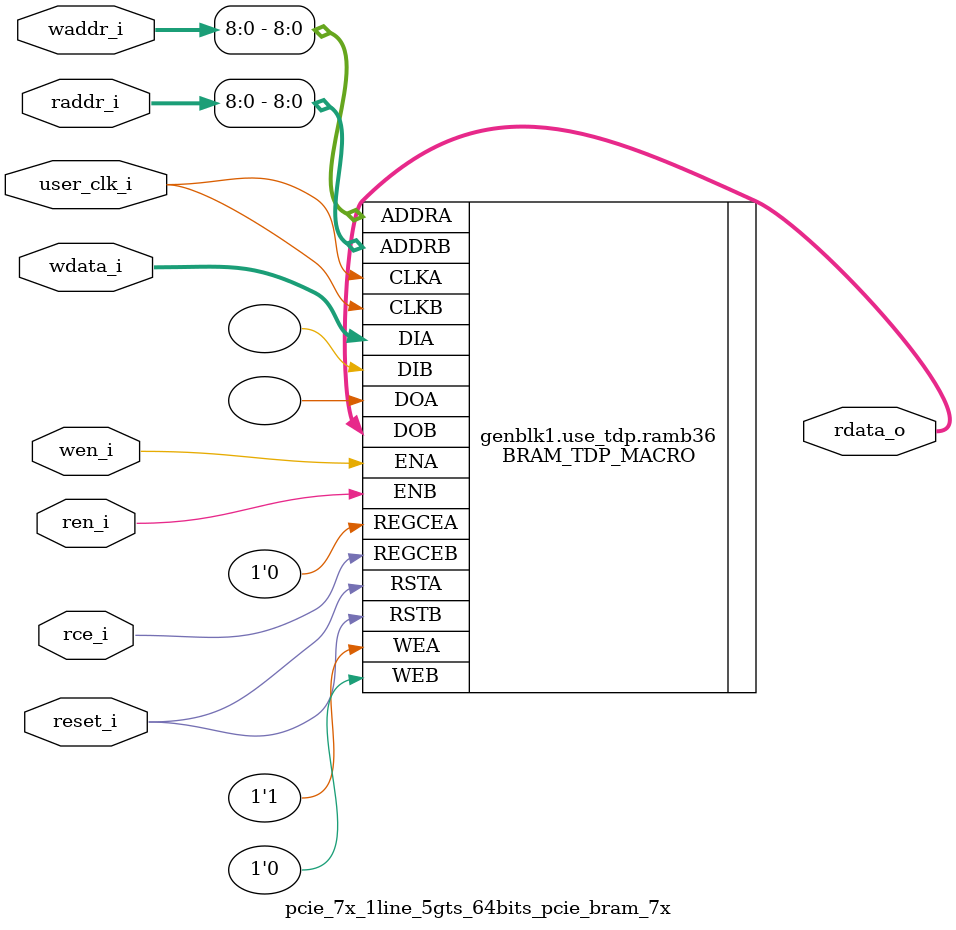
<source format=v>

`timescale 1ps/1ps

(* DowngradeIPIdentifiedWarnings = "yes" *)
module pcie_7x_1line_5gts_64bits_pcie_bram_7x
  #(
    parameter [3:0]  LINK_CAP_MAX_LINK_SPEED = 4'h1,        // PCIe Link Speed : 1 - 2.5 GT/s; 2 - 5.0 GT/s
    parameter [5:0]  LINK_CAP_MAX_LINK_WIDTH = 6'h08,       // PCIe Link Width : 1 / 2 / 4 / 8
    parameter IMPL_TARGET = "HARD",                         // the implementation target : HARD, SOFT
    parameter DOB_REG = 0,                                  // 1 - use the output register;
                                                            // 0 - don't use the output register
    parameter WIDTH = 0                                     // supported WIDTH's : 4, 9, 18, 36 - uses RAMB36
                                                            //                     72 - uses RAMB36SDP
    )
    (
     input               user_clk_i,// user clock
     input               reset_i,   // bram reset

     input               wen_i,     // write enable
     input [12:0]        waddr_i,   // write address
     input [WIDTH - 1:0] wdata_i,   // write data

     input               ren_i,     // read enable
     input               rce_i,     // output register clock enable
     input [12:0]        raddr_i,   // read address

     output [WIDTH - 1:0] rdata_o   // read data
     );

   // map the address bits
   localparam ADDR_MSB = ((WIDTH == 4)  ? 12 :
                          (WIDTH == 9)  ? 11 :
                          (WIDTH == 18) ? 10 :
                          (WIDTH == 36) ?  9 :
                                           8
                          );

   // set the width of the tied off low address bits
   localparam ADDR_LO_BITS = ((WIDTH == 4)  ? 2 :
                              (WIDTH == 9)  ? 3 :
                              (WIDTH == 18) ? 4 :
                              (WIDTH == 36) ? 5 :
                                              0 // for WIDTH 72 use RAMB36SDP
                              );

   // map the data bits
   localparam D_MSB =  ((WIDTH == 4)  ?  3 :
                        (WIDTH == 9)  ?  7 :
                        (WIDTH == 18) ? 15 :
                        (WIDTH == 36) ? 31 :
                                        63
                        );

   // map the data parity bits
   localparam DP_LSB =  D_MSB + 1;

   localparam DP_MSB =  ((WIDTH == 4)  ? 4 :
                         (WIDTH == 9)  ? 8 :
                         (WIDTH == 18) ? 17 :
                         (WIDTH == 36) ? 35 :
                                         71
                        );

   localparam DPW = DP_MSB - DP_LSB + 1;
   localparam WRITE_MODE = ((WIDTH == 72) && (!((LINK_CAP_MAX_LINK_SPEED == 4'h2) && (LINK_CAP_MAX_LINK_WIDTH == 6'h08)))) ? "WRITE_FIRST" :
                           ((LINK_CAP_MAX_LINK_SPEED == 4'h2) && (LINK_CAP_MAX_LINK_WIDTH == 6'h08)) ? "WRITE_FIRST" : "NO_CHANGE";

   localparam DEVICE = (IMPL_TARGET == "HARD") ? "7SERIES" : "VIRTEX6";
   localparam BRAM_SIZE = "36Kb";

   localparam WE_WIDTH =(DEVICE == "VIRTEX5" || DEVICE == "VIRTEX6" || DEVICE == "7SERIES") ?
                            ((WIDTH <= 9) ? 1 :
                             (WIDTH > 9 && WIDTH <= 18) ? 2 :
                             (WIDTH > 18 && WIDTH <= 36) ? 4 :
                             (WIDTH > 36 && WIDTH <= 72) ? 8 :
                             (BRAM_SIZE == "18Kb") ? 4 : 8 ) : 8;

   //synthesis translate_off
   initial begin
      //$display("[%t] %m DOB_REG %0d WIDTH %0d ADDR_MSB %0d ADDR_LO_BITS %0d DP_MSB %0d DP_LSB %0d D_MSB %0d",
      //          $time, DOB_REG,   WIDTH,    ADDR_MSB,    ADDR_LO_BITS,    DP_MSB,    DP_LSB,    D_MSB);

      case (WIDTH)
        4,9,18,36,72:;
        default:
          begin
             $display("[%t] %m Error WIDTH %0d not supported", $time, WIDTH);
             $finish;
          end
      endcase // case (WIDTH)
   end
   //synthesis translate_on

   generate
   if ((LINK_CAP_MAX_LINK_WIDTH == 6'h08 && LINK_CAP_MAX_LINK_SPEED == 4'h2) || (WIDTH == 72)) begin : use_sdp
        BRAM_SDP_MACRO #(
               .DEVICE        (DEVICE),
               .BRAM_SIZE     (BRAM_SIZE),
               .DO_REG        (DOB_REG),
               .READ_WIDTH    (WIDTH),
               .WRITE_WIDTH   (WIDTH),
               .WRITE_MODE    (WRITE_MODE)
               )
        ramb36sdp(
               .DO             (rdata_o[WIDTH-1:0]),
               .DI             (wdata_i[WIDTH-1:0]),
               .RDADDR         (raddr_i[ADDR_MSB:0]),
               .RDCLK          (user_clk_i),
               .RDEN           (ren_i),
               .REGCE          (rce_i),
               .RST            (reset_i),
               .WE             ({WE_WIDTH{1'b1}}),
               .WRADDR         (waddr_i[ADDR_MSB:0]),
               .WRCLK          (user_clk_i),
               .WREN           (wen_i)
               );

    end  // block: use_sdp
    else if (WIDTH <= 36) begin : use_tdp
    // use RAMB36's if the width is 4, 9, 18, or 36
        BRAM_TDP_MACRO #(
               .DEVICE        (DEVICE),
               .BRAM_SIZE     (BRAM_SIZE),
               .DOA_REG       (0),
               .DOB_REG       (DOB_REG),
               .READ_WIDTH_A  (WIDTH),
               .READ_WIDTH_B  (WIDTH),
               .WRITE_WIDTH_A (WIDTH),
               .WRITE_WIDTH_B (WIDTH),
               .WRITE_MODE_A  (WRITE_MODE)
               )
        ramb36(
               .DOA            (),
               .DOB            (rdata_o[WIDTH-1:0]),
               .ADDRA          (waddr_i[ADDR_MSB:0]),
               .ADDRB          (raddr_i[ADDR_MSB:0]),
               .CLKA           (user_clk_i),
               .CLKB           (user_clk_i),
               .DIA            (wdata_i[WIDTH-1:0]),
               .DIB            ({WIDTH{1'b0}}),
               .ENA            (wen_i),
               .ENB            (ren_i),
               .REGCEA         (1'b0),
               .REGCEB         (rce_i),
               .RSTA           (reset_i),
               .RSTB           (reset_i),
               .WEA            ({WE_WIDTH{1'b1}}),
               .WEB            ({WE_WIDTH{1'b0}})
               );
   end // block: use_tdp
   endgenerate

endmodule // pcie_bram_7x


</source>
